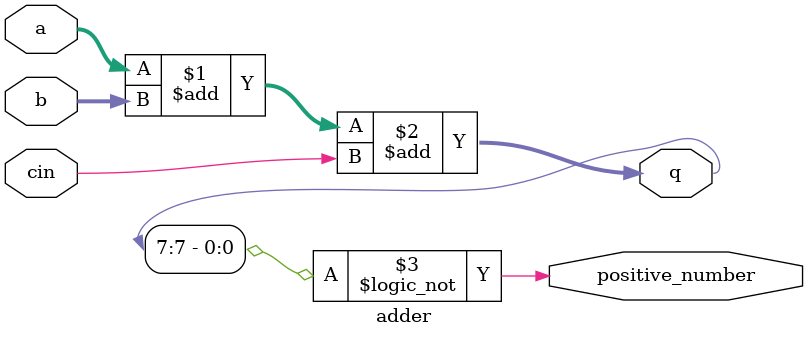
<source format=sv>
module adder
    #(parameter n = 8)
    (
        input cin,
        input [n-1:0] a, b,
        output [n-1:0] q,
        output positive_number
    );

    assign q = a + b + cin;
    assign positive_number = !q[n-1];

endmodule

</source>
